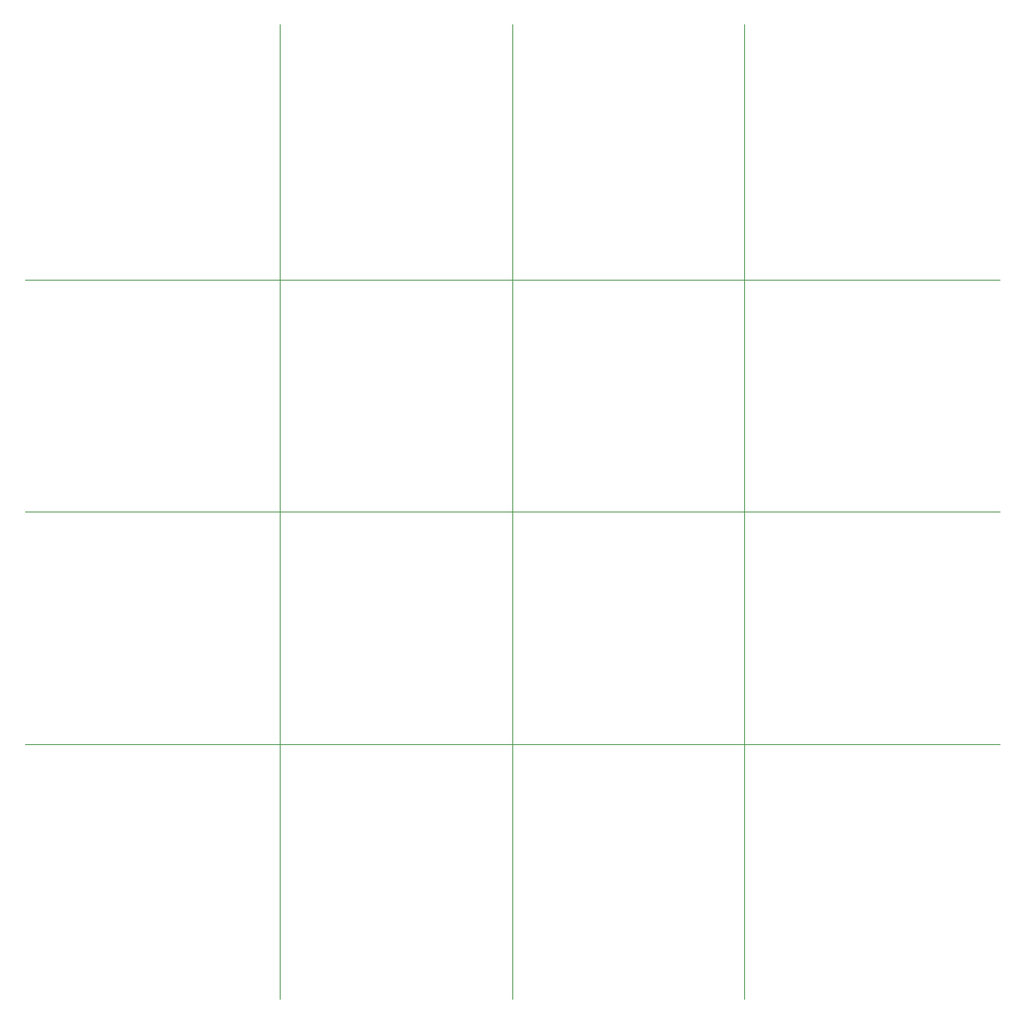
<source format=gko>
G04 #@! TF.GenerationSoftware,KiCad,Pcbnew,(5.1.5)-3*
G04 #@! TF.CreationDate,2021-06-18T08:17:25+09:00*
G04 #@! TF.ProjectId,Ltika,4c74696b-612e-46b6-9963-61645f706362,2*
G04 #@! TF.SameCoordinates,PX43d3480PY8c7ecc0*
G04 #@! TF.FileFunction,Other,ECO2*
%FSLAX46Y46*%
G04 Gerber Fmt 4.6, Leading zero omitted, Abs format (unit mm)*
G04 Created by KiCad (PCBNEW (5.1.5)-3) date 2021-06-18 08:17:25*
%MOMM*%
%LPD*%
G04 APERTURE LIST*
%ADD10C,0.100000*%
G04 APERTURE END LIST*
D10*
X102500000Y75000000D02*
X-2500000Y75000000D01*
X-2500000Y50000000D02*
X102500000Y50000000D01*
X102500000Y25000000D02*
X-2500000Y25000000D01*
X75000000Y102500000D02*
X75000000Y-2500000D01*
X50000000Y102500000D02*
X50000000Y-2500000D01*
X25000000Y102500000D02*
X25000000Y-2500000D01*
M02*

</source>
